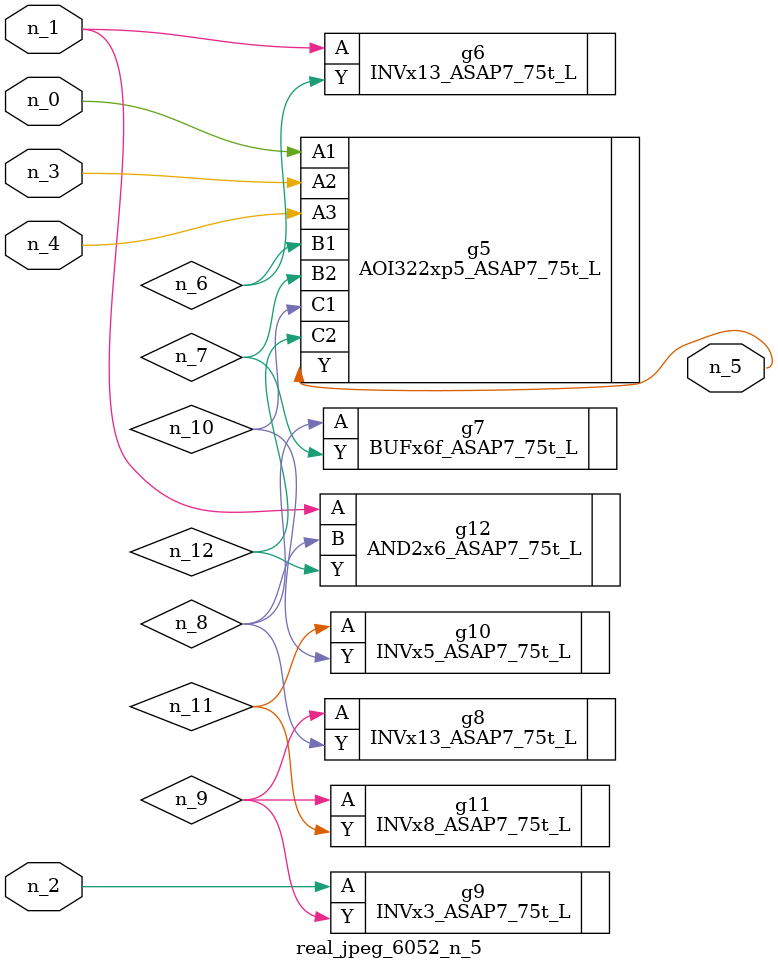
<source format=v>
module real_jpeg_6052_n_5 (n_4, n_0, n_1, n_2, n_3, n_5);

input n_4;
input n_0;
input n_1;
input n_2;
input n_3;

output n_5;

wire n_12;
wire n_8;
wire n_11;
wire n_6;
wire n_7;
wire n_10;
wire n_9;

AOI322xp5_ASAP7_75t_L g5 ( 
.A1(n_0),
.A2(n_3),
.A3(n_4),
.B1(n_6),
.B2(n_7),
.C1(n_10),
.C2(n_12),
.Y(n_5)
);

INVx13_ASAP7_75t_L g6 ( 
.A(n_1),
.Y(n_6)
);

AND2x6_ASAP7_75t_L g12 ( 
.A(n_1),
.B(n_8),
.Y(n_12)
);

INVx3_ASAP7_75t_L g9 ( 
.A(n_2),
.Y(n_9)
);

BUFx6f_ASAP7_75t_L g7 ( 
.A(n_8),
.Y(n_7)
);

INVx13_ASAP7_75t_L g8 ( 
.A(n_9),
.Y(n_8)
);

INVx8_ASAP7_75t_L g11 ( 
.A(n_9),
.Y(n_11)
);

INVx5_ASAP7_75t_L g10 ( 
.A(n_11),
.Y(n_10)
);


endmodule
</source>
